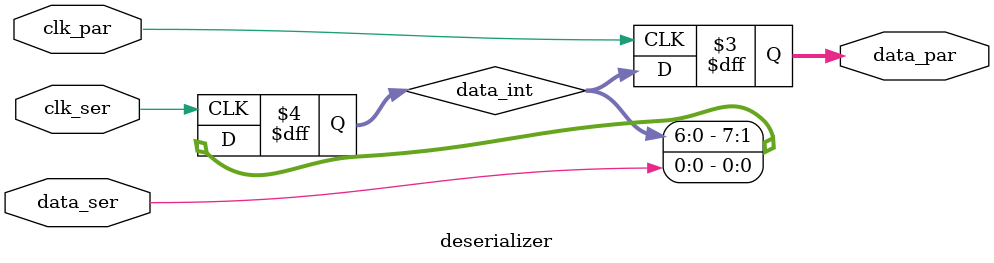
<source format=v>
module deserializer(clk_ser, data_ser, clk_par, data_par);

//  Models the 74164 / 74574 combination used on the isolator PCB

input clk_ser;
input data_ser;

input clk_par;
output reg [7:0] data_par;

reg [7:0] data_int;

always @(posedge clk_ser)
    data_int <= {data_int, data_ser};
    
always @(posedge clk_par)
    data_par <= data_int;

endmodule

</source>
